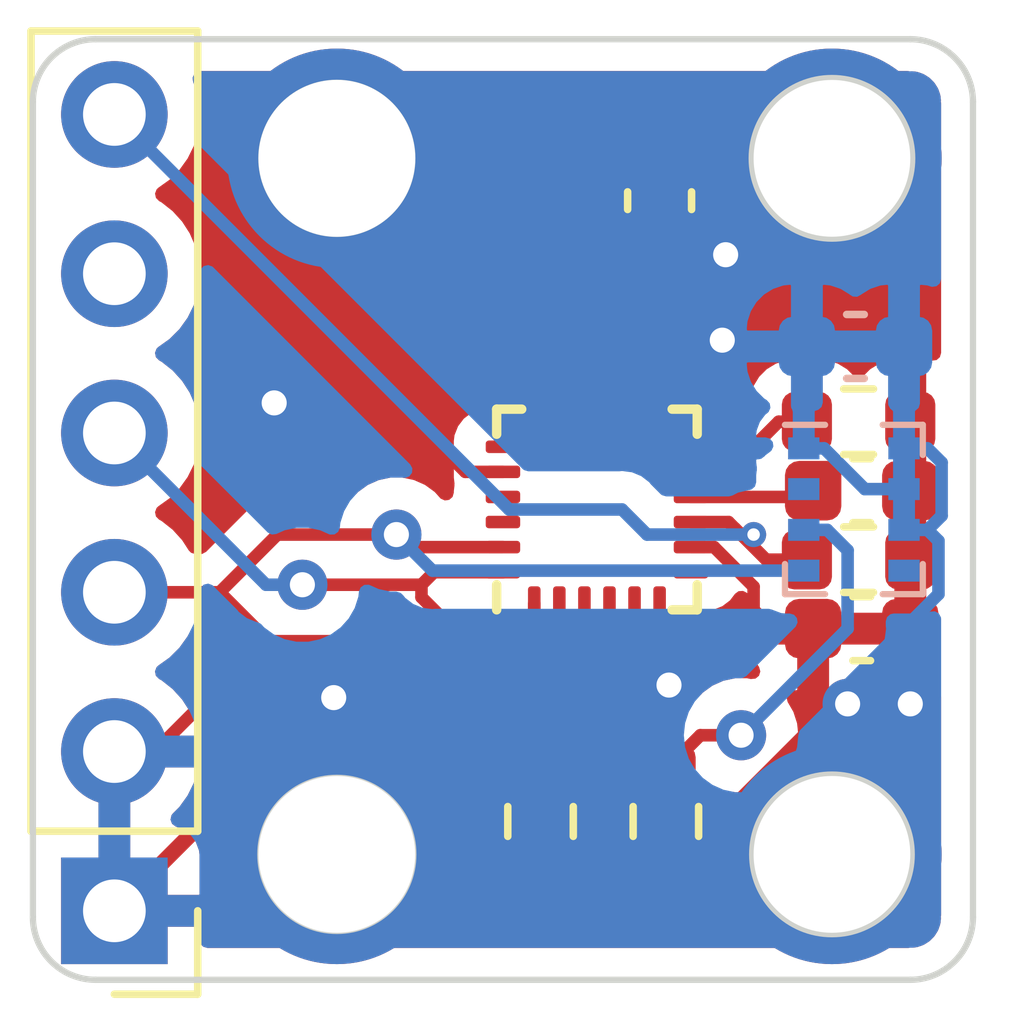
<source format=kicad_pcb>
(kicad_pcb (version 20211014) (generator pcbnew)
  (layers (0 "F.Cu" signal "cobre frontal") (31 "B.Cu" signal "Cobre traseira") (34 "B.Paste" user "Pasta traseira") (35 "F.Paste" user "Pasta frontal") (36 "B.SilkS" user "Serigrafia traseira") (37 "F.SilkS" user "Serigrafia frontal") (38 "B.Mask" user "Máscara traseira") (39 "F.Mask" user "Máscara frontal") (44 "Edge.Cuts" user "Cortes contorno"))
  (net 0 "")
  (net 1 "Net-(C1-Pad1)")
  (net 2 "GND")
  (net 3 "SCL")
  (net 4 "SDA")
  (net 6 "AD0")
  (net 7 "Net-(R3-Pad2)")
  (footprint "Resistor_SMD:R_0603_1608Metric" (layer "F.Cu") (at 21.65 26.275 90)
    (fp_text reference "R4" hide)
    (fp_text value "4k7" hide)
    (fp_line (start -0.237258 -0.5225) (end 0.237258 -0.5225) (layer "F.SilkS") (width 0.12))
    (fp_line (start -0.237258 0.5225) (end 0.237258 0.5225) (layer "F.SilkS") (width 0.12))
    (pad "1" smd roundrect (at -0.825 0 90) (size 0.8 0.95) (layers "F.Cu" "F.Paste" "F.Mask") (net 2 "GND"))
    (pad "2" smd roundrect (at 0.825 0 90) (size 0.8 0.95) (layers "F.Cu" "F.Paste" "F.Mask") (net 3 "SCL"))
  )
  (footprint "Resistor_SMD:R_0603_1608Metric" (layer "F.Cu") (at 26.725 22.1)
    (fp_text reference "R1" hide)
    (fp_text value "1k")
    (fp_line (start -0.237258 -0.5225) (end 0.237258 -0.5225) (layer "F.SilkS") (width 0.12))
    (fp_line (start -0.237258 0.5225) (end 0.237258 0.5225) (layer "F.SilkS") (width 0.12))
    (pad "1" smd roundrect (at -0.825 0) (size 0.8 0.95) (layers "F.Cu" "F.Paste" "F.Mask") (net 6 "AD0"))
    (pad "2" smd roundrect (at 0.825 0) (size 0.8 0.95) (layers "F.Cu" "F.Paste" "F.Mask") (net 2 "GND"))
  )
  (footprint "Sensor_Motion:InvenSense_QFN-24_3x3mm_P0.4mm" (layer "F.Cu") (at 22.55 21.3 90)
    (fp_text reference "U1" hide)
    (fp_text value "MPU-9250" hide)
    (fp_line (start 1.6 -1.6) (end 1.2 -1.6) (layer "F.SilkS") (width 0.15))
    (fp_line (start 1.6 1.6) (end 1.6 1.2) (layer "F.SilkS") (width 0.15))
    (fp_line (start -1.6 -1.6) (end -1.2 -1.6) (layer "F.SilkS") (width 0.15))
    (fp_line (start -1.6 1.6) (end -1.6 1.2) (layer "F.SilkS") (width 0.15))
    (fp_line (start 1.6 -1.6) (end 1.6 -1.2) (layer "F.SilkS") (width 0.15))
    (fp_line (start 1.6 1.6) (end 1.2 1.6) (layer "F.SilkS") (width 0.15))
    (fp_line (start -1.6 1.6) (end -1.2 1.6) (layer "F.SilkS") (width 0.15))
    (pad "1" smd roundrect (at -1.5 -1 90) (size 0.55 0.2) (layers "F.Cu" "F.Paste" "F.Mask") (net 2 "GND"))
    (pad "2" smd roundrect (at -1.5 -0.6 90) (size 0.55 0.2) (layers "F.Cu" "F.Paste" "F.Mask"))
    (pad "3" smd roundrect (at -1.5 -0.2 90) (size 0.55 0.2) (layers "F.Cu" "F.Paste" "F.Mask"))
    (pad "4" smd roundrect (at -1.5 0.2 90) (size 0.55 0.2) (layers "F.Cu" "F.Paste" "F.Mask"))
    (pad "5" smd roundrect (at -1.5 0.6 90) (size 0.55 0.2) (layers "F.Cu" "F.Paste" "F.Mask"))
    (pad "6" smd roundrect (at -1.5 1 90) (size 0.55 0.2) (layers "F.Cu" "F.Paste" "F.Mask"))
    (pad "7" smd roundrect (at -1 1.5 180) (size 0.55 0.2) (layers "F.Cu" "F.Paste" "F.Mask"))
    (pad "8" smd roundrect (at -0.6 1.5 180) (size 0.55 0.2) (layers "F.Cu" "F.Paste" "F.Mask") (net 2 "GND"))
    (pad "9" smd roundrect (at -0.2 1.5 180) (size 0.55 0.2) (layers "F.Cu" "F.Paste" "F.Mask") (net 6 "AD0"))
    (pad "10" smd roundrect (at 0.2 1.5 180) (size 0.55 0.2) (layers "F.Cu" "F.Paste" "F.Mask") (net 1 "Net-(C1-Pad1)"))
    (pad "11" smd roundrect (at 0.6 1.5 180) (size 0.55 0.2) (layers "F.Cu" "F.Paste" "F.Mask") (net 7 "Net-(R3-Pad2)"))
    (pad "12" smd roundrect (at 1 1.5 180) (size 0.55 0.2) (layers "F.Cu" "F.Paste" "F.Mask"))
    (pad "13" smd roundrect (at 1.5 1 90) (size 0.55 0.2) (layers "F.Cu" "F.Paste" "F.Mask") (net 2 "GND"))
    (pad "14" smd roundrect (at 1.5 0.6 90) (size 0.55 0.2) (layers "F.Cu" "F.Paste" "F.Mask"))
    (pad "15" smd roundrect (at 1.5 0.2 90) (size 0.55 0.2) (layers "F.Cu" "F.Paste" "F.Mask"))
    (pad "16" smd roundrect (at 1.5 -0.2 90) (size 0.55 0.2) (layers "F.Cu" "F.Paste" "F.Mask"))
    (pad "17" smd roundrect (at 1.5 -0.6 90) (size 0.55 0.2) (layers "F.Cu" "F.Paste" "F.Mask"))
    (pad "18" smd roundrect (at 1.5 -1 90) (size 0.55 0.2) (layers "F.Cu" "F.Paste" "F.Mask") (net 2 "GND"))
    (pad "19" smd roundrect (at 1 -1.5 180) (size 0.55 0.2) (layers "F.Cu" "F.Paste" "F.Mask"))
    (pad "20" smd roundrect (at 0.6 -1.5 180) (size 0.55 0.2) (layers "F.Cu" "F.Paste" "F.Mask") (net 2 "GND"))
    (pad "21" smd roundrect (at 0.2 -1.5 180) (size 0.55 0.2) (layers "F.Cu" "F.Paste" "F.Mask"))
    (pad "22" smd roundrect (at -0.2 -1.5 180) (size 0.55 0.2) (layers "F.Cu" "F.Paste" "F.Mask"))
    (pad "23" smd roundrect (at -0.6 -1.5 180) (size 0.55 0.2) (layers "F.Cu" "F.Paste" "F.Mask") (net 3 "SCL"))
    (pad "24" smd roundrect (at -1 -1.5 180) (size 0.55 0.2) (layers "F.Cu" "F.Paste" "F.Mask") (net 4 "SDA"))
    (zone (net 0) (net_name "") (layer "F.Cu") (connect_pads (clearance 0)) (min_thickness 0.254)
      (keepout (tracks not_allowed) (vias not_allowed) (pads not_allowed) (copperpour not_allowed) (footprints allowed))
      (fill (thermal_gap 0.508) (thermal_bridge_width 0.508))
      (polygon (pts (xy 21.755 22.175) (xy 21.755 20.425) (xy 23.345 20.425) (xy 23.345 22.175)))
    )
  )
  (footprint "Capacitor_SMD:C_0603_1608Metric" (layer "F.Cu") (at 26.775 23.2)
    (fp_text reference "C3" hide)
    (fp_text value "100nF")
    (fp_line (start -0.14058 -0.51) (end 0.14058 -0.51) (layer "F.SilkS") (width 0.12))
    (fp_line (start -0.14058 0.51) (end 0.14058 0.51) (layer "F.SilkS") (width 0.12))
    (pad "1" smd roundrect (at -0.775 0) (size 0.9 0.95) (layers "F.Cu" "F.Paste" "F.Mask") (net 2 "GND"))
    (pad "2" smd roundrect (at 0.775 0) (size 0.9 0.95) (layers "F.Cu" "F.Paste" "F.Mask") (net 2 "GND"))
  )
  (footprint "Resistor_SMD:R_0603_1608Metric" (layer "F.Cu") (at 26.725 19.9 180)
    (fp_text reference "R3" hide)
    (fp_text value "1k")
    (fp_line (start -0.237258 0.5225) (end 0.237258 0.5225) (layer "F.SilkS") (width 0.12))
    (fp_line (start -0.237258 -0.5225) (end 0.237258 -0.5225) (layer "F.SilkS") (width 0.12))
    (pad "1" smd roundrect (at -0.825 0 180) (size 0.8 0.95) (layers "F.Cu" "F.Paste" "F.Mask") (net 2 "GND"))
    (pad "2" smd roundrect (at 0.825 0 180) (size 0.8 0.95) (layers "F.Cu" "F.Paste" "F.Mask") (net 7 "Net-(R3-Pad2)"))
  )
  (footprint "Connector_PinHeader_2.54mm:PinHeader_1x06_P2.54mm_Vertical" (layer "F.Cu") (at 14.85 27.7 180)
    (fp_text reference "J1" hide)
    (fp_text value "Conn_01x06_Male" hide)
    (fp_line (start -1.33 0) (end -1.33 -1.33) (layer "F.SilkS") (width 0.12))
    (fp_line (start -1.33 1.27) (end 1.33 1.27) (layer "F.SilkS") (width 0.12))
    (fp_line (start 1.33 1.27) (end 1.33 14.03) (layer "F.SilkS") (width 0.12))
    (fp_line (start -1.33 -1.33) (end 0 -1.33) (layer "F.SilkS") (width 0.12))
    (fp_line (start -1.33 14.03) (end 1.33 14.03) (layer "F.SilkS") (width 0.12))
    (fp_line (start -1.33 1.27) (end -1.33 14.03) (layer "F.SilkS") (width 0.12))
    (pad "1" thru_hole rect (at 0 0 180) (size 1.7 1.7) (drill 1) (layers *.Cu *.Mask) (net 2 "GND"))
    (pad "2" thru_hole oval (at 0 2.54 180) (size 1.7 1.7) (drill 1) (layers *.Cu *.Mask) (net 2 "GND"))
    (pad "3" thru_hole oval (at 0 5.08 180) (size 1.7 1.7) (drill 1) (layers *.Cu *.Mask) (net 3 "SCL"))
    (pad "4" thru_hole oval (at 0 7.62 180) (size 1.7 1.7) (drill 1) (layers *.Cu *.Mask) (net 4 "SDA"))
    (pad "5" thru_hole oval (at 0 10.16 180) (size 1.7 1.7) (drill 1) (layers *.Cu))
    (pad "6" thru_hole oval (at 0 12.7 180) (size 1.7 1.7) (drill 1) (layers *.Cu *.Mask) (net 6 "AD0"))
  )
  (footprint "Capacitor_SMD:C_0603_1608Metric" (layer "F.Cu") (at 26.775 21)
    (fp_text reference "C1" hide)
    (fp_text value "100nF")
    (fp_line (start -0.14058 0.51) (end 0.14058 0.51) (layer "F.SilkS") (width 0.12))
    (fp_line (start -0.14058 -0.51) (end 0.14058 -0.51) (layer "F.SilkS") (width 0.12))
    (pad "1" smd roundrect (at -0.775 0) (size 0.9 0.95) (layers "F.Cu" "F.Paste" "F.Mask") (net 1 "Net-(C1-Pad1)"))
    (pad "2" smd roundrect (at 0.775 0) (size 0.9 0.95) (layers "F.Cu" "F.Paste" "F.Mask") (net 2 "GND"))
  )
  (footprint "Resistor_SMD:R_0603_1608Metric" (layer "F.Cu") (at 23.65 26.275 90)
    (fp_text reference "R2" hide)
    (fp_text value "4k7" hide)
    (fp_line (start -0.237258 -0.5225) (end 0.237258 -0.5225) (layer "F.SilkS") (width 0.12))
    (fp_line (start -0.237258 0.5225) (end 0.237258 0.5225) (layer "F.SilkS") (width 0.12))
    (pad "1" smd roundrect (at -0.825 0 90) (size 0.8 0.95) (layers "F.Cu" "F.Paste" "F.Mask") (net 2 "GND"))
    (pad "2" smd roundrect (at 0.825 0 90) (size 0.8 0.95) (layers "F.Cu" "F.Paste" "F.Mask") (net 4 "SDA"))
  )
  (footprint "Capacitor_SMD:C_0603_1608Metric" (layer "F.Cu") (at 23.55 16.375 90)
    (fp_text reference "C2" hide)
    (fp_text value "100nF")
    (fp_line (start -0.14058 0.51) (end 0.14058 0.51) (layer "F.SilkS") (width 0.12))
    (fp_line (start -0.14058 -0.51) (end 0.14058 -0.51) (layer "F.SilkS") (width 0.12))
    (pad "1" smd roundrect (at -0.775 0 90) (size 0.9 0.95) (layers "F.Cu" "F.Paste" "F.Mask") (net 2 "GND"))
    (pad "2" smd roundrect (at 0.775 0 90) (size 0.9 0.95) (layers "F.Cu" "F.Paste" "F.Mask") (net 2 "GND"))
  )
  (footprint "Capacitor_SMD:C_0603_1608Metric" (layer "B.Cu") (at 26.675 18.7 180)
    (fp_text reference "C4" hide)
    (fp_text value "100nF")
    (fp_line (start -0.14058 0.51) (end 0.14058 0.51) (layer "B.SilkS") (width 0.12))
    (fp_line (start -0.14058 -0.51) (end 0.14058 -0.51) (layer "B.SilkS") (width 0.12))
    (pad "1" smd roundrect (at -0.775 0 180) (size 0.9 0.95) (layers "B.Cu" "B.Paste" "B.Mask") (net 2 "GND"))
    (pad "2" smd roundrect (at 0.775 0 180) (size 0.9 0.95) (layers "B.Cu" "B.Paste" "B.Mask") (net 2 "GND"))
  )
  (footprint "Package_LGA:Bosch_LGA-8_2x2.5mm_P0.65mm_ClockwisePinNumbering" (layer "B.Cu") (at 26.65 21.3 -90)
    (fp_text reference "U2" hide)
    (fp_text value "BMP280" hide)
    (fp_line (start -1.35 0.46) (end -1.35 1.1) (layer "B.SilkS") (width 0.1))
    (fp_line (start 0.87 -1.1) (end 1.35 -1.1) (layer "B.SilkS") (width 0.1))
    (fp_line (start 1.35 -1.1) (end 1.35 -0.46) (layer "B.SilkS") (width 0.1))
    (fp_line (start 0.87 1.1) (end 1.35 1.1) (layer "B.SilkS") (width 0.1))
    (fp_line (start 1.35 0.46) (end 1.35 1.1) (layer "B.SilkS") (width 0.1))
    (fp_line (start -1.35 -1.1) (end -0.87 -1.1) (layer "B.SilkS") (width 0.1))
    (fp_line (start -1.35 -1.1) (end -1.35 -0.46) (layer "B.SilkS") (width 0.1))
    (pad "1" smd rect (at -0.975 0.8 180) (size 0.5 0.35) (layers "B.Cu" "B.Paste" "B.Mask") (net 2 "GND"))
    (pad "2" smd rect (at -0.325 0.8 180) (size 0.5 0.35) (layers "B.Cu" "B.Paste" "B.Mask"))
    (pad "3" smd rect (at 0.325 0.8 180) (size 0.5 0.35) (layers "B.Cu" "B.Paste" "B.Mask") (net 4 "SDA"))
    (pad "4" smd rect (at 0.975 0.8 180) (size 0.5 0.35) (layers "B.Cu" "B.Paste" "B.Mask") (net 3 "SCL"))
    (pad "5" smd rect (at 0.975 -0.8 180) (size 0.5 0.35) (layers "B.Cu" "B.Paste" "B.Mask"))
    (pad "6" smd rect (at 0.325 -0.8 180) (size 0.5 0.35) (layers "B.Cu" "B.Paste" "B.Mask") (net 2 "GND"))
    (pad "7" smd rect (at -0.325 -0.8 180) (size 0.5 0.35) (layers "B.Cu" "B.Paste" "B.Mask") (net 2 "GND"))
    (pad "8" smd rect (at -0.975 -0.8 180) (size 0.5 0.35) (layers "B.Cu" "B.Paste" "B.Mask") (net 2 "GND"))
  )
  (gr_circle (center 26.3 26.8) (end 27.2 27.7) (layer "Edge.Cuts") (width 0.1) (fill none))
  (gr_line (start 28.55 14.8) (end 28.55 27.8) (layer "Edge.Cuts") (width 0.1))
  (gr_arc (start 27.55 13.8) (mid 28.257107 14.092893) (end 28.55 14.8) (layer "Edge.Cuts") (width 0.1))
  (gr_line (start 27.55 28.8) (end 14.55 28.8) (layer "Edge.Cuts") (width 0.1))
  (gr_circle (center 18.4 15.7) (end 19.3 16.5) (layer "Edge.Cuts") (width 0.1) (fill none))
  (gr_circle (center 26.3 15.7) (end 27.3 16.5) (layer "Edge.Cuts") (width 0.1) (fill none))
  (gr_circle (center 18.4 26.8) (end 19.1 27.8) (layer "Edge.Cuts") (width 0.1) (fill none))
  (gr_line (start 14.55 13.8) (end 27.55 13.8) (layer "Edge.Cuts") (width 0.1))
  (gr_arc (start 28.55 27.8) (mid 28.257107 28.507107) (end 27.55 28.8) (layer "Edge.Cuts") (width 0.1))
  (gr_arc (start 14.55 28.8) (mid 13.842893 28.507107) (end 13.55 27.8) (layer "Edge.Cuts") (width 0.1))
  (gr_line (start 13.55 14.8) (end 13.55 27.8) (layer "Edge.Cuts") (width 0.1))
  (gr_arc (start 13.55 14.8) (mid 13.842893 14.092893) (end 14.55 13.8) (layer "Edge.Cuts") (width 0.1))
  (segment (start 25.9 21.1) (end 26 21) (width 0.2) (layer "F.Cu") (net 1))
  (segment (start 24.05 21.1) (end 25.9 21.1) (width 0.2) (layer "F.Cu") (net 1))
  (segment (start 23.55 15.6) (end 24.75 15.6) (width 0.2) (layer "F.Cu") (net 2))
  (segment (start 21.65 23.4) (end 25.15 23.4) (width 0.2) (layer "F.Cu") (net 2))
  (segment (start 26 24.75) (end 23.65 27.1) (width 0.2) (layer "F.Cu") (net 2))
  (segment (start 20.85 16) (end 21.25 15.6) (width 0.2) (layer "F.Cu") (net 2))
  (segment (start 27.55 19.9) (end 27.55 23.2) (width 0.25) (layer "F.Cu") (net 2))
  (segment (start 22.65 27.1) (end 23.25 27.1) (width 0.25) (layer "F.Cu") (net 2))
  (segment (start 26.95 17.4) (end 27.55 18) (width 0.2) (layer "F.Cu") (net 2))
  (segment (start 14.85 25.16) (end 15.49 25.16) (width 0.2) (layer "F.Cu") (net 2))
  (segment (start 25.05 22.530705) (end 25.05 22.9) (width 0.2) (layer "F.Cu") (net 2))
  (segment (start 21.55 23.3) (end 21.65 23.4) (width 0.2) (layer "F.Cu") (net 2))
  (segment (start 23.636974 17.236974) (end 23.55 17.15) (width 0.2) (layer "F.Cu") (net 2))
  (segment (start 27.55 18) (end 27.55 19.9) (width 0.2) (layer "F.Cu") (net 2))
  (segment (start 24.55 18.6) (end 25.75 17.4) (width 0.2) (layer "F.Cu") (net 2))
  (segment (start 25.75 17.4) (end 26.95 17.4) (width 0.2) (layer "F.Cu") (net 2))
  (segment (start 24.75 15.6) (end 25.15 16) (width 0.2) (layer "F.Cu") (net 2))
  (segment (start 20.45 20.7) (end 20.15 20.4) (width 0.2) (layer "F.Cu") (net 2))
  (segment (start 21.55 19.4) (end 21.55 19.8) (width 0.2) (layer "F.Cu") (net 2))
  (segment (start 25.15 16.8) (end 25.75 17.4) (width 0.2) (layer "F.Cu") (net 2))
  (segment (start 21.05 20.7) (end 20.45 20.7) (width 0.2) (layer "F.Cu") (net 2))
  (segment (start 20.15 19.8) (end 20.85 19.1) (width 0.2) (layer "F.Cu") (net 2))
  (segment (start 20.85 19.1) (end 20.85 16) (width 0.2) (layer "F.Cu") (net 2))
  (segment (start 21.15 27.1) (end 22.65 27.1) (width 0.25) (layer "F.Cu") (net 2))
  (segment (start 24.603782 17.236974) (end 23.636974 17.236974) (width 0.2) (layer "F.Cu") (net 2))
  (segment (start 23.55 19.8) (end 23.55 17.15) (width 0.2) (layer "F.Cu") (net 2))
  (segment (start 25.15 23.4) (end 25.35 23.2) (width 0.2) (layer "F.Cu") (net 2))
  (segment (start 15.49 25.16) (end 16.15 24.5) (width 0.2) (layer "F.Cu") (net 2))
  (segment (start 24.05 21.9) (end 24.419295 21.9) (width 0.2) (layer "F.Cu") (net 2))
  (segment (start 26.35 24.4) (end 26.55 24.4) (width 0.2) (layer "F.Cu") (net 2))
  (segment (start 26 24.75) (end 26.35 24.4) (width 0.2) (layer "F.Cu") (net 2))
  (segment (start 25.15 16) (end 25.15 16.8) (width 0.2) (layer "F.Cu") (net 2))
  (segment (start 26 23.2) (end 26 24.75) (width 0.2) (layer "F.Cu") (net 2))
  (segment (start 21.25 19.1) (end 21.55 19.4) (width 0.2) (layer "F.Cu") (net 2))
  (segment (start 16.15 24.5) (end 16.35 24.3) (width 0.2) (layer "F.Cu") (net 2))
  (segment (start 14.85 27.7) (end 17.35 25.2) (width 0.25) (layer "F.Cu") (net 2))
  (segment (start 27.55 24.4) (end 27.55 23.2) (width 0.2) (layer "F.Cu") (net 2))
  (segment (start 16.35 24.3) (end 18.35 24.3) (width 0.2) (layer "F.Cu") (net 2))
  (segment (start 17.35 25.2) (end 19.25 25.2) (width 0.25) (layer "F.Cu") (net 2))
  (segment (start 21.25 15.6) (end 23.55 15.6) (width 0.2) (layer "F.Cu") (net 2))
  (segment (start 19.25 25.2) (end 21.15 27.1) (width 0.25) (layer "F.Cu") (net 2))
  (segment (start 21.55 22.8) (end 21.55 23.3) (width 0.2) (layer "F.Cu") (net 2))
  (segment (start 24.419295 21.9) (end 25.05 22.530705) (width 0.2) (layer "F.Cu") (net 2))
  (segment (start 20.85 19.1) (end 21.25 19.1) (width 0.2) (layer "F.Cu") (net 2))
  (segment (start 20.15 20.4) (end 20.15 19.8) (width 0.2) (layer "F.Cu") (net 2))
  (segment (start 25.05 22.9) (end 25.35 23.2) (width 0.2) (layer "F.Cu") (net 2))
  (segment (start 25.35 23.2) (end 26 23.2) (width 0.2) (layer "F.Cu") (net 2))
  (via (at 23.7 24.1) (size 0.8) (drill 0.4) (layers "F.Cu" "B.Cu") (net 2))
  (via (at 18.4 26.8) (size 3.5) (drill 2.5) (layers "F.Cu" "B.Cu") (net 2))
  (via (at 17.4 19.6) (size 0.8) (drill 0.4) (layers "F.Cu" "B.Cu") (net 2))
  (via (at 27.55 24.4) (size 0.8) (drill 0.4) (layers "F.Cu" "B.Cu") (net 2))
  (via (at 18.4 15.7) (size 3.5) (drill 2.5) (layers "F.Cu" "B.Cu") (net 2))
  (via (at 26.3 26.8) (size 3.5) (drill 2.5) (layers "F.Cu" "B.Cu") (net 2))
  (via (at 26.55 24.4) (size 0.8) (drill 0.4) (layers "F.Cu" "B.Cu") (net 2))
  (via (at 26.3 15.7) (size 3.5) (drill 2.5) (layers "F.Cu" "B.Cu") (net 2))
  (via (at 18.35 24.3) (size 0.8) (drill 0.4) (layers "F.Cu" "B.Cu") (net 2))
  (via (at 24.55 18.6) (size 0.8) (drill 0.4) (layers "F.Cu" "B.Cu") (net 2))
  (via (at 24.603782 17.236974) (size 0.8) (drill 0.4) (layers "F.Cu" "B.Cu") (net 2))
  (segment (start 25.35 25.8) (end 25.95 25.2) (width 0.2) (layer "B.Cu") (net 2))
  (segment (start 25.85 20.325) (end 26.175 20.325) (width 0.2) (layer "B.Cu") (net 2))
  (segment (start 27.999511 21.799511) (end 27.825 21.625) (width 0.2) (layer "B.Cu") (net 2))
  (segment (start 21.45 27.4) (end 21.45 27.7) (width 0.2) (layer "B.Cu") (net 2))
  (segment (start 27.825 21.625) (end 28.05 21.4) (width 0.2) (layer "B.Cu") (net 2))
  (segment (start 23.350489 27.799511) (end 25.35 25.8) (width 0.2) (layer "B.Cu") (net 2))
  (segment (start 27.999511 22.650489) (end 27.999511 21.799511) (width 0.2) (layer "B.Cu") (net 2))
  (segment (start 24.750489 17.199511) (end 24.75 17.2) (width 0.2) (layer "B.Cu") (net 2))
  (segment (start 24.640756 17.2) (end 24.603782 17.236974) (width 0.2) (layer "B.Cu") (net 2))
  (segment (start 27.45 18.7) (end 27.45 17.8) (width 0.2) (layer "B.Cu") (net 2))
  (segment (start 26.55 24.1) (end 27.999511 22.650489) (width 0.2) (layer "B.Cu") (net 2))
  (segment (start 25.9 18.7) (end 24.65 18.7) (width 0.2) (layer "B.Cu") (net 2))
  (segment (start 27.45 17.8) (end 26.849511 17.199511) (width 0.2) (layer "B.Cu") (net 2))
  (segment (start 26.55 24.4) (end 26.55 24.1) (width 0.2) (layer "B.Cu") (net 2))
  (segment (start 26.65 25.2) (end 26.95 25.2) (width 0.2) (layer "B.Cu") (net 2))
  (segment (start 26.849511 17.199511) (end 26.65 17.199511) (width 0.2) (layer "B.Cu") (net 2))
  (segment (start 28.05 20.550978) (end 27.824022 20.325) (width 0.2) (layer "B.Cu") (net 2))
  (segment (start 26.95 25.2) (end 27.55 24.6) (width 0.2) (layer "B.Cu") (net 2))
  (segment (start 27.55 24.6) (end 27.55 24.4) (width 0.2) (layer "B.Cu") (net 2))
  (segment (start 26.175 20.325) (end 26.825 20.975) (width 0.2) (layer "B.Cu") (net 2))
  (segment (start 27.45 21.625) (end 27.825 21.625) (width 0.2) (layer "B.Cu") (net 2))
  (segment (start 21.549511 27.799511) (end 23.350489 27.799511) (width 0.2) (layer "B.Cu") (net 2))
  (segment (start 27.824022 20.325) (end 27.45 20.325) (width 0.2) (layer "B.Cu") (net 2))
  (segment (start 24.65 18.7) (end 24.55 18.6) (width 0.2) (layer "B.Cu") (net 2))
  (segment (start 25.95 25.2) (end 26.65 25.2) (width 0.2) (layer "B.Cu") (net 2))
  (segment (start 27.45 20.325) (end 27.45 18.7) (width 0.2) (layer "B.Cu") (net 2))
  (segment (start 28.05 21.4) (end 28.05 20.550978) (width 0.2) (layer "B.Cu") (net 2))
  (segment (start 18.35 24.3) (end 21.45 27.4) (width 0.2) (layer "B.Cu") (net 2))
  (segment (start 25.85 18.75) (end 25.9 18.7) (width 0.2) (layer "B.Cu") (net 2))
  (segment (start 26.825 20.975) (end 27.45 20.975) (width 0.2) (layer "B.Cu") (net 2))
  (segment (start 26.65 17.199511) (end 24.750489 17.199511) (width 0.2) (layer "B.Cu") (net 2))
  (segment (start 24.75 17.2) (end 24.640756 17.2) (width 0.2) (layer "B.Cu") (net 2))
  (segment (start 25.85 20.325) (end 25.85 18.75) (width 0.2) (layer "B.Cu") (net 2))
  (segment (start 21.45 27.7) (end 21.549511 27.799511) (width 0.2) (layer "B.Cu") (net 2))
  (segment (start 16.53 22.62) (end 14.85 22.62) (width 0.2) (layer "F.Cu") (net 3))
  (segment (start 19.55 21.9) (end 19.35 21.7) (width 0.2) (layer "F.Cu") (net 3))
  (segment (start 21.05 21.9) (end 19.55 21.9) (width 0.2) (layer "F.Cu") (net 3))
  (segment (start 17.31 23.4) (end 16.53 22.62) (width 0.2) (layer "F.Cu") (net 3))
  (segment (start 17.45 21.7) (end 16.53 22.62) (width 0.2) (layer "F.Cu") (net 3))
  (segment (start 21.1 25.45) (end 19.05 23.4) (width 0.2) (layer "F.Cu") (net 3))
  (segment (start 21.65 25.45) (end 21.1 25.45) (width 0.2) (layer "F.Cu") (net 3))
  (segment (start 19.35 21.7) (end 17.45 21.7) (width 0.2) (layer "F.Cu") (net 3))
  (segment (start 19.05 23.4) (end 17.31 23.4) (width 0.2) (layer "F.Cu") (net 3))
  (via (at 19.35 21.7) (size 0.8) (drill 0.4) (layers "F.Cu" "B.Cu") (net 3))
  (segment (start 19.925 22.275) (end 19.35 21.7) (width 0.2) (layer "B.Cu") (net 3))
  (segment (start 25.85 22.275) (end 19.925 22.275) (width 0.2) (layer "B.Cu") (net 3))
  (segment (start 19.75 22.7) (end 21.05 24) (width 0.2) (layer "F.Cu") (net 4))
  (segment (start 24.2 24.9) (end 23.65 25.45) (width 0.2) (layer "F.Cu") (net 4))
  (segment (start 22.2 24) (end 23.65 25.45) (width 0.2) (layer "F.Cu") (net 4))
  (segment (start 21.05 24) (end 22.2 24) (width 0.2) (layer "F.Cu") (net 4))
  (segment (start 19.95 22.3) (end 19.75 22.5) (width 0.2) (layer "F.Cu") (net 4))
  (segment (start 21.05 22.3) (end 19.95 22.3) (width 0.2) (layer "F.Cu") (net 4))
  (segment (start 19.75 22.5) (end 17.85 22.5) (width 0.2) (layer "F.Cu") (net 4))
  (segment (start 24.85 24.9) (end 24.2 24.9) (width 0.2) (layer "F.Cu") (net 4))
  (segment (start 19.75 22.5) (end 19.75 22.7) (width 0.2) (layer "F.Cu") (net 4))
  (via (at 24.85 24.9) (size 0.8) (drill 0.4) (layers "F.Cu" "B.Cu") (net 4))
  (via (at 17.85 22.5) (size 0.8) (drill 0.4) (layers "F.Cu" "B.Cu") (net 4))
  (segment (start 26.55 23) (end 26.55 23.2) (width 0.2) (layer "B.Cu") (net 4))
  (segment (start 26.55 23.2) (end 24.85 24.9) (width 0.2) (layer "B.Cu") (net 4))
  (segment (start 26.55 21.950978) (end 26.55 23) (width 0.2) (layer "B.Cu") (net 4))
  (segment (start 26.224022 21.625) (end 26.55 21.950978) (width 0.2) (layer "B.Cu") (net 4))
  (segment (start 17.85 22.5) (end 17.27 22.5) (width 0.2) (layer "B.Cu") (net 4))
  (segment (start 17.27 22.5) (end 14.85 20.08) (width 0.2) (layer "B.Cu") (net 4))
  (segment (start 25.85 21.625) (end 26.224022 21.625) (width 0.2) (layer "B.Cu") (net 4))
  (segment (start 24.65 21.5) (end 24.75 21.6) (width 0.2) (layer "F.Cu") (net 6))
  (segment (start 24.75 21.6) (end 25.25 22.1) (width 0.2) (layer "F.Cu") (net 6))
  (segment (start 25.05 21.7) (end 24.85 21.7) (width 0.2) (layer "F.Cu") (net 6))
  (segment (start 25.25 22.1) (end 25.9 22.1) (width 0.2) (layer "F.Cu") (net 6))
  (segment (start 24.85 21.7) (end 24.75 21.6) (width 0.2) (layer "F.Cu") (net 6))
  (segment (start 24.05 21.5) (end 24.65 21.5) (width 0.2) (layer "F.Cu") (net 6))
  (via (at 25.05 21.7) (size 0.4) (drill 0.2) (layers "F.Cu" "B.Cu") (net 6))
  (segment (start 25.05 21.7) (end 23.35 21.7) (width 0.2) (layer "B.Cu") (net 6))
  (segment (start 22.95 21.3) (end 21.15 21.3) (width 0.2) (layer "B.Cu") (net 6))
  (segment (start 23.35 21.7) (end 22.95 21.3) (width 0.2) (layer "B.Cu") (net 6))
  (segment (start 21.15 21.3) (end 14.85 15) (width 0.2) (layer "B.Cu") (net 6))
  (segment (start 24.65 20.7) (end 25.45 19.9) (width 0.2) (layer "F.Cu") (net 7))
  (segment (start 24.05 20.7) (end 24.65 20.7) (width 0.2) (layer "F.Cu") (net 7))
  (segment (start 25.45 19.9) (end 25.9 19.9) (width 0.2) (layer "F.Cu") (net 7))
  (zone (net 2) (net_name "GND") (layer "F.Cu") (connect_pads (clearance 0.508)) (min_thickness 0.254) (fill yes (thermal_gap 0.508) (thermal_bridge_width 0.508))
    (polygon (pts (xy 28.45 28.8) (xy 13.55 28.8) (xy 13.55 13.8) (xy 28.45 13.8)))
  )
  (zone (net 2) (net_name "GND") (layer "B.Cu") (connect_pads (clearance 0.508)) (min_thickness 0.254) (fill yes (thermal_gap 0.508) (thermal_bridge_width 0.508))
    (polygon (pts (xy 28.55 28.8) (xy 13.55 29) (xy 13.55 13.8) (xy 28.45 13.8)))
  )
)
</source>
